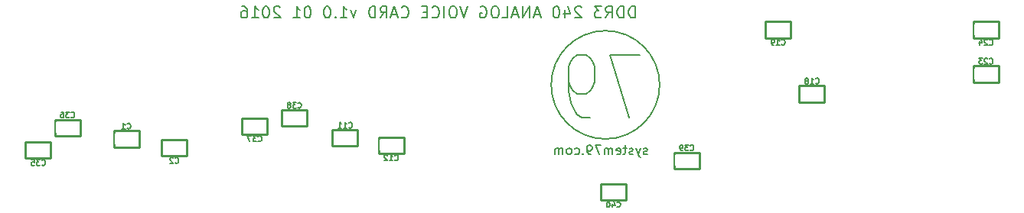
<source format=gbo>
G04 #@! TF.FileFunction,Legend,Bot*
%FSLAX46Y46*%
G04 Gerber Fmt 4.6, Leading zero omitted, Abs format (unit mm)*
G04 Created by KiCad (PCBNEW (2015-11-11 BZR 6310, Git 8f79b4f)-product) date 2016-01-24 6:08:41 PM*
%MOMM*%
G01*
G04 APERTURE LIST*
%ADD10C,0.100000*%
%ADD11C,0.200000*%
%ADD12C,0.203200*%
%ADD13C,0.254000*%
%ADD14C,0.152400*%
%ADD15R,0.812800X1.143000*%
%ADD16C,1.500000*%
%ADD17R,0.800000X2.300000*%
G04 APERTURE END LIST*
D10*
D11*
X148119048Y-79654762D02*
X148023810Y-79702381D01*
X147833334Y-79702381D01*
X147738095Y-79654762D01*
X147690476Y-79559524D01*
X147690476Y-79511905D01*
X147738095Y-79416667D01*
X147833334Y-79369048D01*
X147976191Y-79369048D01*
X148071429Y-79321429D01*
X148119048Y-79226190D01*
X148119048Y-79178571D01*
X148071429Y-79083333D01*
X147976191Y-79035714D01*
X147833334Y-79035714D01*
X147738095Y-79083333D01*
X147357143Y-79035714D02*
X147119048Y-79702381D01*
X146880952Y-79035714D02*
X147119048Y-79702381D01*
X147214286Y-79940476D01*
X147261905Y-79988095D01*
X147357143Y-80035714D01*
X146547619Y-79654762D02*
X146452381Y-79702381D01*
X146261905Y-79702381D01*
X146166666Y-79654762D01*
X146119047Y-79559524D01*
X146119047Y-79511905D01*
X146166666Y-79416667D01*
X146261905Y-79369048D01*
X146404762Y-79369048D01*
X146500000Y-79321429D01*
X146547619Y-79226190D01*
X146547619Y-79178571D01*
X146500000Y-79083333D01*
X146404762Y-79035714D01*
X146261905Y-79035714D01*
X146166666Y-79083333D01*
X145833333Y-79035714D02*
X145452381Y-79035714D01*
X145690476Y-78702381D02*
X145690476Y-79559524D01*
X145642857Y-79654762D01*
X145547619Y-79702381D01*
X145452381Y-79702381D01*
X144738094Y-79654762D02*
X144833332Y-79702381D01*
X145023809Y-79702381D01*
X145119047Y-79654762D01*
X145166666Y-79559524D01*
X145166666Y-79178571D01*
X145119047Y-79083333D01*
X145023809Y-79035714D01*
X144833332Y-79035714D01*
X144738094Y-79083333D01*
X144690475Y-79178571D01*
X144690475Y-79273810D01*
X145166666Y-79369048D01*
X144261904Y-79702381D02*
X144261904Y-79035714D01*
X144261904Y-79130952D02*
X144214285Y-79083333D01*
X144119047Y-79035714D01*
X143976189Y-79035714D01*
X143880951Y-79083333D01*
X143833332Y-79178571D01*
X143833332Y-79702381D01*
X143833332Y-79178571D02*
X143785713Y-79083333D01*
X143690475Y-79035714D01*
X143547618Y-79035714D01*
X143452380Y-79083333D01*
X143404761Y-79178571D01*
X143404761Y-79702381D01*
X143023809Y-78702381D02*
X142357142Y-78702381D01*
X142785714Y-79702381D01*
X141928571Y-79702381D02*
X141738095Y-79702381D01*
X141642856Y-79654762D01*
X141595237Y-79607143D01*
X141499999Y-79464286D01*
X141452380Y-79273810D01*
X141452380Y-78892857D01*
X141499999Y-78797619D01*
X141547618Y-78750000D01*
X141642856Y-78702381D01*
X141833333Y-78702381D01*
X141928571Y-78750000D01*
X141976190Y-78797619D01*
X142023809Y-78892857D01*
X142023809Y-79130952D01*
X141976190Y-79226190D01*
X141928571Y-79273810D01*
X141833333Y-79321429D01*
X141642856Y-79321429D01*
X141547618Y-79273810D01*
X141499999Y-79226190D01*
X141452380Y-79130952D01*
X141023809Y-79607143D02*
X140976190Y-79654762D01*
X141023809Y-79702381D01*
X141071428Y-79654762D01*
X141023809Y-79607143D01*
X141023809Y-79702381D01*
X140119047Y-79654762D02*
X140214285Y-79702381D01*
X140404762Y-79702381D01*
X140500000Y-79654762D01*
X140547619Y-79607143D01*
X140595238Y-79511905D01*
X140595238Y-79226190D01*
X140547619Y-79130952D01*
X140500000Y-79083333D01*
X140404762Y-79035714D01*
X140214285Y-79035714D01*
X140119047Y-79083333D01*
X139547619Y-79702381D02*
X139642857Y-79654762D01*
X139690476Y-79607143D01*
X139738095Y-79511905D01*
X139738095Y-79226190D01*
X139690476Y-79130952D01*
X139642857Y-79083333D01*
X139547619Y-79035714D01*
X139404761Y-79035714D01*
X139309523Y-79083333D01*
X139261904Y-79130952D01*
X139214285Y-79226190D01*
X139214285Y-79511905D01*
X139261904Y-79607143D01*
X139309523Y-79654762D01*
X139404761Y-79702381D01*
X139547619Y-79702381D01*
X138785714Y-79702381D02*
X138785714Y-79035714D01*
X138785714Y-79130952D02*
X138738095Y-79083333D01*
X138642857Y-79035714D01*
X138499999Y-79035714D01*
X138404761Y-79083333D01*
X138357142Y-79178571D01*
X138357142Y-79702381D01*
X138357142Y-79178571D02*
X138309523Y-79083333D01*
X138214285Y-79035714D01*
X138071428Y-79035714D01*
X137976190Y-79083333D01*
X137928571Y-79178571D01*
X137928571Y-79702381D01*
D12*
X146771428Y-64574524D02*
X146771428Y-63304524D01*
X146469047Y-63304524D01*
X146287619Y-63365000D01*
X146166666Y-63485952D01*
X146106190Y-63606905D01*
X146045714Y-63848810D01*
X146045714Y-64030238D01*
X146106190Y-64272143D01*
X146166666Y-64393095D01*
X146287619Y-64514048D01*
X146469047Y-64574524D01*
X146771428Y-64574524D01*
X145501428Y-64574524D02*
X145501428Y-63304524D01*
X145199047Y-63304524D01*
X145017619Y-63365000D01*
X144896666Y-63485952D01*
X144836190Y-63606905D01*
X144775714Y-63848810D01*
X144775714Y-64030238D01*
X144836190Y-64272143D01*
X144896666Y-64393095D01*
X145017619Y-64514048D01*
X145199047Y-64574524D01*
X145501428Y-64574524D01*
X143505714Y-64574524D02*
X143929047Y-63969762D01*
X144231428Y-64574524D02*
X144231428Y-63304524D01*
X143747619Y-63304524D01*
X143626666Y-63365000D01*
X143566190Y-63425476D01*
X143505714Y-63546429D01*
X143505714Y-63727857D01*
X143566190Y-63848810D01*
X143626666Y-63909286D01*
X143747619Y-63969762D01*
X144231428Y-63969762D01*
X143082380Y-63304524D02*
X142296190Y-63304524D01*
X142719523Y-63788333D01*
X142538095Y-63788333D01*
X142417142Y-63848810D01*
X142356666Y-63909286D01*
X142296190Y-64030238D01*
X142296190Y-64332619D01*
X142356666Y-64453571D01*
X142417142Y-64514048D01*
X142538095Y-64574524D01*
X142900952Y-64574524D01*
X143021904Y-64514048D01*
X143082380Y-64453571D01*
X140844761Y-63425476D02*
X140784285Y-63365000D01*
X140663333Y-63304524D01*
X140360952Y-63304524D01*
X140239999Y-63365000D01*
X140179523Y-63425476D01*
X140119047Y-63546429D01*
X140119047Y-63667381D01*
X140179523Y-63848810D01*
X140905237Y-64574524D01*
X140119047Y-64574524D01*
X139030475Y-63727857D02*
X139030475Y-64574524D01*
X139332856Y-63244048D02*
X139635237Y-64151190D01*
X138849047Y-64151190D01*
X138123332Y-63304524D02*
X138002380Y-63304524D01*
X137881428Y-63365000D01*
X137820951Y-63425476D01*
X137760475Y-63546429D01*
X137699999Y-63788333D01*
X137699999Y-64090714D01*
X137760475Y-64332619D01*
X137820951Y-64453571D01*
X137881428Y-64514048D01*
X138002380Y-64574524D01*
X138123332Y-64574524D01*
X138244285Y-64514048D01*
X138304761Y-64453571D01*
X138365237Y-64332619D01*
X138425713Y-64090714D01*
X138425713Y-63788333D01*
X138365237Y-63546429D01*
X138304761Y-63425476D01*
X138244285Y-63365000D01*
X138123332Y-63304524D01*
X136248570Y-64211667D02*
X135643808Y-64211667D01*
X136369523Y-64574524D02*
X135946189Y-63304524D01*
X135522856Y-64574524D01*
X135099523Y-64574524D02*
X135099523Y-63304524D01*
X134373809Y-64574524D01*
X134373809Y-63304524D01*
X133829523Y-64211667D02*
X133224761Y-64211667D01*
X133950476Y-64574524D02*
X133527142Y-63304524D01*
X133103809Y-64574524D01*
X132075714Y-64574524D02*
X132680476Y-64574524D01*
X132680476Y-63304524D01*
X131410476Y-63304524D02*
X131168572Y-63304524D01*
X131047619Y-63365000D01*
X130926667Y-63485952D01*
X130866191Y-63727857D01*
X130866191Y-64151190D01*
X130926667Y-64393095D01*
X131047619Y-64514048D01*
X131168572Y-64574524D01*
X131410476Y-64574524D01*
X131531429Y-64514048D01*
X131652381Y-64393095D01*
X131712857Y-64151190D01*
X131712857Y-63727857D01*
X131652381Y-63485952D01*
X131531429Y-63365000D01*
X131410476Y-63304524D01*
X129656667Y-63365000D02*
X129777619Y-63304524D01*
X129959048Y-63304524D01*
X130140476Y-63365000D01*
X130261429Y-63485952D01*
X130321905Y-63606905D01*
X130382381Y-63848810D01*
X130382381Y-64030238D01*
X130321905Y-64272143D01*
X130261429Y-64393095D01*
X130140476Y-64514048D01*
X129959048Y-64574524D01*
X129838096Y-64574524D01*
X129656667Y-64514048D01*
X129596191Y-64453571D01*
X129596191Y-64030238D01*
X129838096Y-64030238D01*
X128265715Y-63304524D02*
X127842381Y-64574524D01*
X127419048Y-63304524D01*
X126753810Y-63304524D02*
X126511906Y-63304524D01*
X126390953Y-63365000D01*
X126270001Y-63485952D01*
X126209525Y-63727857D01*
X126209525Y-64151190D01*
X126270001Y-64393095D01*
X126390953Y-64514048D01*
X126511906Y-64574524D01*
X126753810Y-64574524D01*
X126874763Y-64514048D01*
X126995715Y-64393095D01*
X127056191Y-64151190D01*
X127056191Y-63727857D01*
X126995715Y-63485952D01*
X126874763Y-63365000D01*
X126753810Y-63304524D01*
X125665239Y-64574524D02*
X125665239Y-63304524D01*
X124334763Y-64453571D02*
X124395239Y-64514048D01*
X124576668Y-64574524D01*
X124697620Y-64574524D01*
X124879048Y-64514048D01*
X125000001Y-64393095D01*
X125060477Y-64272143D01*
X125120953Y-64030238D01*
X125120953Y-63848810D01*
X125060477Y-63606905D01*
X125000001Y-63485952D01*
X124879048Y-63365000D01*
X124697620Y-63304524D01*
X124576668Y-63304524D01*
X124395239Y-63365000D01*
X124334763Y-63425476D01*
X123790477Y-63909286D02*
X123367144Y-63909286D01*
X123185715Y-64574524D02*
X123790477Y-64574524D01*
X123790477Y-63304524D01*
X123185715Y-63304524D01*
X120948096Y-64453571D02*
X121008572Y-64514048D01*
X121190001Y-64574524D01*
X121310953Y-64574524D01*
X121492381Y-64514048D01*
X121613334Y-64393095D01*
X121673810Y-64272143D01*
X121734286Y-64030238D01*
X121734286Y-63848810D01*
X121673810Y-63606905D01*
X121613334Y-63485952D01*
X121492381Y-63365000D01*
X121310953Y-63304524D01*
X121190001Y-63304524D01*
X121008572Y-63365000D01*
X120948096Y-63425476D01*
X120464286Y-64211667D02*
X119859524Y-64211667D01*
X120585239Y-64574524D02*
X120161905Y-63304524D01*
X119738572Y-64574524D01*
X118589525Y-64574524D02*
X119012858Y-63969762D01*
X119315239Y-64574524D02*
X119315239Y-63304524D01*
X118831430Y-63304524D01*
X118710477Y-63365000D01*
X118650001Y-63425476D01*
X118589525Y-63546429D01*
X118589525Y-63727857D01*
X118650001Y-63848810D01*
X118710477Y-63909286D01*
X118831430Y-63969762D01*
X119315239Y-63969762D01*
X118045239Y-64574524D02*
X118045239Y-63304524D01*
X117742858Y-63304524D01*
X117561430Y-63365000D01*
X117440477Y-63485952D01*
X117380001Y-63606905D01*
X117319525Y-63848810D01*
X117319525Y-64030238D01*
X117380001Y-64272143D01*
X117440477Y-64393095D01*
X117561430Y-64514048D01*
X117742858Y-64574524D01*
X118045239Y-64574524D01*
X115928572Y-63727857D02*
X115626191Y-64574524D01*
X115323811Y-63727857D01*
X114174763Y-64574524D02*
X114900477Y-64574524D01*
X114537620Y-64574524D02*
X114537620Y-63304524D01*
X114658572Y-63485952D01*
X114779525Y-63606905D01*
X114900477Y-63667381D01*
X113630477Y-64453571D02*
X113570001Y-64514048D01*
X113630477Y-64574524D01*
X113690953Y-64514048D01*
X113630477Y-64453571D01*
X113630477Y-64574524D01*
X112783810Y-63304524D02*
X112662858Y-63304524D01*
X112541906Y-63365000D01*
X112481429Y-63425476D01*
X112420953Y-63546429D01*
X112360477Y-63788333D01*
X112360477Y-64090714D01*
X112420953Y-64332619D01*
X112481429Y-64453571D01*
X112541906Y-64514048D01*
X112662858Y-64574524D01*
X112783810Y-64574524D01*
X112904763Y-64514048D01*
X112965239Y-64453571D01*
X113025715Y-64332619D01*
X113086191Y-64090714D01*
X113086191Y-63788333D01*
X113025715Y-63546429D01*
X112965239Y-63425476D01*
X112904763Y-63365000D01*
X112783810Y-63304524D01*
X110606667Y-63304524D02*
X110485715Y-63304524D01*
X110364763Y-63365000D01*
X110304286Y-63425476D01*
X110243810Y-63546429D01*
X110183334Y-63788333D01*
X110183334Y-64090714D01*
X110243810Y-64332619D01*
X110304286Y-64453571D01*
X110364763Y-64514048D01*
X110485715Y-64574524D01*
X110606667Y-64574524D01*
X110727620Y-64514048D01*
X110788096Y-64453571D01*
X110848572Y-64332619D01*
X110909048Y-64090714D01*
X110909048Y-63788333D01*
X110848572Y-63546429D01*
X110788096Y-63425476D01*
X110727620Y-63365000D01*
X110606667Y-63304524D01*
X108973810Y-64574524D02*
X109699524Y-64574524D01*
X109336667Y-64574524D02*
X109336667Y-63304524D01*
X109457619Y-63485952D01*
X109578572Y-63606905D01*
X109699524Y-63667381D01*
X107522381Y-63425476D02*
X107461905Y-63365000D01*
X107340953Y-63304524D01*
X107038572Y-63304524D01*
X106917619Y-63365000D01*
X106857143Y-63425476D01*
X106796667Y-63546429D01*
X106796667Y-63667381D01*
X106857143Y-63848810D01*
X107582857Y-64574524D01*
X106796667Y-64574524D01*
X106010476Y-63304524D02*
X105889524Y-63304524D01*
X105768572Y-63365000D01*
X105708095Y-63425476D01*
X105647619Y-63546429D01*
X105587143Y-63788333D01*
X105587143Y-64090714D01*
X105647619Y-64332619D01*
X105708095Y-64453571D01*
X105768572Y-64514048D01*
X105889524Y-64574524D01*
X106010476Y-64574524D01*
X106131429Y-64514048D01*
X106191905Y-64453571D01*
X106252381Y-64332619D01*
X106312857Y-64090714D01*
X106312857Y-63788333D01*
X106252381Y-63546429D01*
X106191905Y-63425476D01*
X106131429Y-63365000D01*
X106010476Y-63304524D01*
X104377619Y-64574524D02*
X105103333Y-64574524D01*
X104740476Y-64574524D02*
X104740476Y-63304524D01*
X104861428Y-63485952D01*
X104982381Y-63606905D01*
X105103333Y-63667381D01*
X103289047Y-63304524D02*
X103530952Y-63304524D01*
X103651904Y-63365000D01*
X103712381Y-63425476D01*
X103833333Y-63606905D01*
X103893809Y-63848810D01*
X103893809Y-64332619D01*
X103833333Y-64453571D01*
X103772857Y-64514048D01*
X103651904Y-64574524D01*
X103410000Y-64574524D01*
X103289047Y-64514048D01*
X103228571Y-64453571D01*
X103168095Y-64332619D01*
X103168095Y-64030238D01*
X103228571Y-63909286D01*
X103289047Y-63848810D01*
X103410000Y-63788333D01*
X103651904Y-63788333D01*
X103772857Y-63848810D01*
X103833333Y-63909286D01*
X103893809Y-64030238D01*
D13*
X91900000Y-78900000D02*
X89100000Y-78900000D01*
X89100000Y-78900000D02*
X89100000Y-77100000D01*
X89100000Y-77100000D02*
X91900000Y-77100000D01*
X91900000Y-77100000D02*
X91900000Y-78900000D01*
X94400000Y-78100000D02*
X97200000Y-78100000D01*
X97200000Y-78100000D02*
X97200000Y-79900000D01*
X97200000Y-79900000D02*
X94400000Y-79900000D01*
X94400000Y-79900000D02*
X94400000Y-78100000D01*
X116100000Y-78800000D02*
X113300000Y-78800000D01*
X113300000Y-78800000D02*
X113300000Y-77000000D01*
X113300000Y-77000000D02*
X116100000Y-77000000D01*
X116100000Y-77000000D02*
X116100000Y-78800000D01*
X118400000Y-77800000D02*
X121200000Y-77800000D01*
X121200000Y-77800000D02*
X121200000Y-79600000D01*
X121200000Y-79600000D02*
X118400000Y-79600000D01*
X118400000Y-79600000D02*
X118400000Y-77800000D01*
X167750900Y-73900000D02*
X164950900Y-73900000D01*
X164950900Y-73900000D02*
X164950900Y-72100000D01*
X164950900Y-72100000D02*
X167750900Y-72100000D01*
X167750900Y-72100000D02*
X167750900Y-73900000D01*
X161200000Y-65000000D02*
X164000000Y-65000000D01*
X164000000Y-65000000D02*
X164000000Y-66800000D01*
X164000000Y-66800000D02*
X161200000Y-66800000D01*
X161200000Y-66800000D02*
X161200000Y-65000000D01*
X187000000Y-71700000D02*
X184200000Y-71700000D01*
X184200000Y-71700000D02*
X184200000Y-69900000D01*
X184200000Y-69900000D02*
X187000000Y-69900000D01*
X187000000Y-69900000D02*
X187000000Y-71700000D01*
X184200000Y-65000000D02*
X187000000Y-65000000D01*
X187000000Y-65000000D02*
X187000000Y-66800000D01*
X187000000Y-66800000D02*
X184200000Y-66800000D01*
X184200000Y-66800000D02*
X184200000Y-65000000D01*
X79350000Y-78350000D02*
X82150000Y-78350000D01*
X82150000Y-78350000D02*
X82150000Y-80150000D01*
X82150000Y-80150000D02*
X79350000Y-80150000D01*
X79350000Y-80150000D02*
X79350000Y-78350000D01*
X85400000Y-77650000D02*
X82600000Y-77650000D01*
X82600000Y-77650000D02*
X82600000Y-75850000D01*
X82600000Y-75850000D02*
X85400000Y-75850000D01*
X85400000Y-75850000D02*
X85400000Y-77650000D01*
X103300000Y-75700000D02*
X106100000Y-75700000D01*
X106100000Y-75700000D02*
X106100000Y-77500000D01*
X106100000Y-77500000D02*
X103300000Y-77500000D01*
X103300000Y-77500000D02*
X103300000Y-75700000D01*
X110500000Y-76600000D02*
X107700000Y-76600000D01*
X107700000Y-76600000D02*
X107700000Y-74800000D01*
X107700000Y-74800000D02*
X110500000Y-74800000D01*
X110500000Y-74800000D02*
X110500000Y-76600000D01*
X153900000Y-81300000D02*
X151100000Y-81300000D01*
X151100000Y-81300000D02*
X151100000Y-79500000D01*
X151100000Y-79500000D02*
X153900000Y-79500000D01*
X153900000Y-79500000D02*
X153900000Y-81300000D01*
X143000000Y-83000000D02*
X145800000Y-83000000D01*
X145800000Y-83000000D02*
X145800000Y-84800000D01*
X145800000Y-84800000D02*
X143000000Y-84800000D01*
X143000000Y-84800000D02*
X143000000Y-83000000D01*
D11*
X149500000Y-72000000D02*
G75*
G03X149500000Y-72000000I-6000000J0D01*
G01*
D14*
X90601599Y-76817714D02*
X90630628Y-76846743D01*
X90717714Y-76875771D01*
X90775771Y-76875771D01*
X90862856Y-76846743D01*
X90920914Y-76788686D01*
X90949942Y-76730629D01*
X90978971Y-76614514D01*
X90978971Y-76527429D01*
X90949942Y-76411314D01*
X90920914Y-76353257D01*
X90862856Y-76295200D01*
X90775771Y-76266171D01*
X90717714Y-76266171D01*
X90630628Y-76295200D01*
X90601599Y-76324229D01*
X90021028Y-76875771D02*
X90369371Y-76875771D01*
X90195199Y-76875771D02*
X90195199Y-76266171D01*
X90253256Y-76353257D01*
X90311314Y-76411314D01*
X90369371Y-76440343D01*
X95901599Y-80617714D02*
X95930628Y-80646743D01*
X96017714Y-80675771D01*
X96075771Y-80675771D01*
X96162856Y-80646743D01*
X96220914Y-80588686D01*
X96249942Y-80530629D01*
X96278971Y-80414514D01*
X96278971Y-80327429D01*
X96249942Y-80211314D01*
X96220914Y-80153257D01*
X96162856Y-80095200D01*
X96075771Y-80066171D01*
X96017714Y-80066171D01*
X95930628Y-80095200D01*
X95901599Y-80124229D01*
X95669371Y-80124229D02*
X95640342Y-80095200D01*
X95582285Y-80066171D01*
X95437142Y-80066171D01*
X95379085Y-80095200D01*
X95350056Y-80124229D01*
X95321028Y-80182286D01*
X95321028Y-80240343D01*
X95350056Y-80327429D01*
X95698399Y-80675771D01*
X95321028Y-80675771D01*
X115091885Y-76717714D02*
X115120914Y-76746743D01*
X115208000Y-76775771D01*
X115266057Y-76775771D01*
X115353142Y-76746743D01*
X115411200Y-76688686D01*
X115440228Y-76630629D01*
X115469257Y-76514514D01*
X115469257Y-76427429D01*
X115440228Y-76311314D01*
X115411200Y-76253257D01*
X115353142Y-76195200D01*
X115266057Y-76166171D01*
X115208000Y-76166171D01*
X115120914Y-76195200D01*
X115091885Y-76224229D01*
X114511314Y-76775771D02*
X114859657Y-76775771D01*
X114685485Y-76775771D02*
X114685485Y-76166171D01*
X114743542Y-76253257D01*
X114801600Y-76311314D01*
X114859657Y-76340343D01*
X113930743Y-76775771D02*
X114279086Y-76775771D01*
X114104914Y-76775771D02*
X114104914Y-76166171D01*
X114162971Y-76253257D01*
X114221029Y-76311314D01*
X114279086Y-76340343D01*
X120191885Y-80317714D02*
X120220914Y-80346743D01*
X120308000Y-80375771D01*
X120366057Y-80375771D01*
X120453142Y-80346743D01*
X120511200Y-80288686D01*
X120540228Y-80230629D01*
X120569257Y-80114514D01*
X120569257Y-80027429D01*
X120540228Y-79911314D01*
X120511200Y-79853257D01*
X120453142Y-79795200D01*
X120366057Y-79766171D01*
X120308000Y-79766171D01*
X120220914Y-79795200D01*
X120191885Y-79824229D01*
X119611314Y-80375771D02*
X119959657Y-80375771D01*
X119785485Y-80375771D02*
X119785485Y-79766171D01*
X119843542Y-79853257D01*
X119901600Y-79911314D01*
X119959657Y-79940343D01*
X119379086Y-79824229D02*
X119350057Y-79795200D01*
X119292000Y-79766171D01*
X119146857Y-79766171D01*
X119088800Y-79795200D01*
X119059771Y-79824229D01*
X119030743Y-79882286D01*
X119030743Y-79940343D01*
X119059771Y-80027429D01*
X119408114Y-80375771D01*
X119030743Y-80375771D01*
X166742785Y-71817714D02*
X166771814Y-71846743D01*
X166858900Y-71875771D01*
X166916957Y-71875771D01*
X167004042Y-71846743D01*
X167062100Y-71788686D01*
X167091128Y-71730629D01*
X167120157Y-71614514D01*
X167120157Y-71527429D01*
X167091128Y-71411314D01*
X167062100Y-71353257D01*
X167004042Y-71295200D01*
X166916957Y-71266171D01*
X166858900Y-71266171D01*
X166771814Y-71295200D01*
X166742785Y-71324229D01*
X166162214Y-71875771D02*
X166510557Y-71875771D01*
X166336385Y-71875771D02*
X166336385Y-71266171D01*
X166394442Y-71353257D01*
X166452500Y-71411314D01*
X166510557Y-71440343D01*
X165813871Y-71527429D02*
X165871929Y-71498400D01*
X165900957Y-71469371D01*
X165929986Y-71411314D01*
X165929986Y-71382286D01*
X165900957Y-71324229D01*
X165871929Y-71295200D01*
X165813871Y-71266171D01*
X165697757Y-71266171D01*
X165639700Y-71295200D01*
X165610671Y-71324229D01*
X165581643Y-71382286D01*
X165581643Y-71411314D01*
X165610671Y-71469371D01*
X165639700Y-71498400D01*
X165697757Y-71527429D01*
X165813871Y-71527429D01*
X165871929Y-71556457D01*
X165900957Y-71585486D01*
X165929986Y-71643543D01*
X165929986Y-71759657D01*
X165900957Y-71817714D01*
X165871929Y-71846743D01*
X165813871Y-71875771D01*
X165697757Y-71875771D01*
X165639700Y-71846743D01*
X165610671Y-71817714D01*
X165581643Y-71759657D01*
X165581643Y-71643543D01*
X165610671Y-71585486D01*
X165639700Y-71556457D01*
X165697757Y-71527429D01*
X162991885Y-67517714D02*
X163020914Y-67546743D01*
X163108000Y-67575771D01*
X163166057Y-67575771D01*
X163253142Y-67546743D01*
X163311200Y-67488686D01*
X163340228Y-67430629D01*
X163369257Y-67314514D01*
X163369257Y-67227429D01*
X163340228Y-67111314D01*
X163311200Y-67053257D01*
X163253142Y-66995200D01*
X163166057Y-66966171D01*
X163108000Y-66966171D01*
X163020914Y-66995200D01*
X162991885Y-67024229D01*
X162411314Y-67575771D02*
X162759657Y-67575771D01*
X162585485Y-67575771D02*
X162585485Y-66966171D01*
X162643542Y-67053257D01*
X162701600Y-67111314D01*
X162759657Y-67140343D01*
X162121029Y-67575771D02*
X162004914Y-67575771D01*
X161946857Y-67546743D01*
X161917829Y-67517714D01*
X161859771Y-67430629D01*
X161830743Y-67314514D01*
X161830743Y-67082286D01*
X161859771Y-67024229D01*
X161888800Y-66995200D01*
X161946857Y-66966171D01*
X162062971Y-66966171D01*
X162121029Y-66995200D01*
X162150057Y-67024229D01*
X162179086Y-67082286D01*
X162179086Y-67227429D01*
X162150057Y-67285486D01*
X162121029Y-67314514D01*
X162062971Y-67343543D01*
X161946857Y-67343543D01*
X161888800Y-67314514D01*
X161859771Y-67285486D01*
X161830743Y-67227429D01*
X185991885Y-69617714D02*
X186020914Y-69646743D01*
X186108000Y-69675771D01*
X186166057Y-69675771D01*
X186253142Y-69646743D01*
X186311200Y-69588686D01*
X186340228Y-69530629D01*
X186369257Y-69414514D01*
X186369257Y-69327429D01*
X186340228Y-69211314D01*
X186311200Y-69153257D01*
X186253142Y-69095200D01*
X186166057Y-69066171D01*
X186108000Y-69066171D01*
X186020914Y-69095200D01*
X185991885Y-69124229D01*
X185759657Y-69124229D02*
X185730628Y-69095200D01*
X185672571Y-69066171D01*
X185527428Y-69066171D01*
X185469371Y-69095200D01*
X185440342Y-69124229D01*
X185411314Y-69182286D01*
X185411314Y-69240343D01*
X185440342Y-69327429D01*
X185788685Y-69675771D01*
X185411314Y-69675771D01*
X185208114Y-69066171D02*
X184830743Y-69066171D01*
X185033943Y-69298400D01*
X184946857Y-69298400D01*
X184888800Y-69327429D01*
X184859771Y-69356457D01*
X184830743Y-69414514D01*
X184830743Y-69559657D01*
X184859771Y-69617714D01*
X184888800Y-69646743D01*
X184946857Y-69675771D01*
X185121029Y-69675771D01*
X185179086Y-69646743D01*
X185208114Y-69617714D01*
X185991885Y-67517714D02*
X186020914Y-67546743D01*
X186108000Y-67575771D01*
X186166057Y-67575771D01*
X186253142Y-67546743D01*
X186311200Y-67488686D01*
X186340228Y-67430629D01*
X186369257Y-67314514D01*
X186369257Y-67227429D01*
X186340228Y-67111314D01*
X186311200Y-67053257D01*
X186253142Y-66995200D01*
X186166057Y-66966171D01*
X186108000Y-66966171D01*
X186020914Y-66995200D01*
X185991885Y-67024229D01*
X185759657Y-67024229D02*
X185730628Y-66995200D01*
X185672571Y-66966171D01*
X185527428Y-66966171D01*
X185469371Y-66995200D01*
X185440342Y-67024229D01*
X185411314Y-67082286D01*
X185411314Y-67140343D01*
X185440342Y-67227429D01*
X185788685Y-67575771D01*
X185411314Y-67575771D01*
X184888800Y-67169371D02*
X184888800Y-67575771D01*
X185033943Y-66937143D02*
X185179086Y-67372571D01*
X184801714Y-67372571D01*
X81141885Y-80867714D02*
X81170914Y-80896743D01*
X81258000Y-80925771D01*
X81316057Y-80925771D01*
X81403142Y-80896743D01*
X81461200Y-80838686D01*
X81490228Y-80780629D01*
X81519257Y-80664514D01*
X81519257Y-80577429D01*
X81490228Y-80461314D01*
X81461200Y-80403257D01*
X81403142Y-80345200D01*
X81316057Y-80316171D01*
X81258000Y-80316171D01*
X81170914Y-80345200D01*
X81141885Y-80374229D01*
X80938685Y-80316171D02*
X80561314Y-80316171D01*
X80764514Y-80548400D01*
X80677428Y-80548400D01*
X80619371Y-80577429D01*
X80590342Y-80606457D01*
X80561314Y-80664514D01*
X80561314Y-80809657D01*
X80590342Y-80867714D01*
X80619371Y-80896743D01*
X80677428Y-80925771D01*
X80851600Y-80925771D01*
X80909657Y-80896743D01*
X80938685Y-80867714D01*
X80009771Y-80316171D02*
X80300057Y-80316171D01*
X80329086Y-80606457D01*
X80300057Y-80577429D01*
X80242000Y-80548400D01*
X80096857Y-80548400D01*
X80038800Y-80577429D01*
X80009771Y-80606457D01*
X79980743Y-80664514D01*
X79980743Y-80809657D01*
X80009771Y-80867714D01*
X80038800Y-80896743D01*
X80096857Y-80925771D01*
X80242000Y-80925771D01*
X80300057Y-80896743D01*
X80329086Y-80867714D01*
X84391885Y-75567714D02*
X84420914Y-75596743D01*
X84508000Y-75625771D01*
X84566057Y-75625771D01*
X84653142Y-75596743D01*
X84711200Y-75538686D01*
X84740228Y-75480629D01*
X84769257Y-75364514D01*
X84769257Y-75277429D01*
X84740228Y-75161314D01*
X84711200Y-75103257D01*
X84653142Y-75045200D01*
X84566057Y-75016171D01*
X84508000Y-75016171D01*
X84420914Y-75045200D01*
X84391885Y-75074229D01*
X84188685Y-75016171D02*
X83811314Y-75016171D01*
X84014514Y-75248400D01*
X83927428Y-75248400D01*
X83869371Y-75277429D01*
X83840342Y-75306457D01*
X83811314Y-75364514D01*
X83811314Y-75509657D01*
X83840342Y-75567714D01*
X83869371Y-75596743D01*
X83927428Y-75625771D01*
X84101600Y-75625771D01*
X84159657Y-75596743D01*
X84188685Y-75567714D01*
X83288800Y-75016171D02*
X83404914Y-75016171D01*
X83462971Y-75045200D01*
X83492000Y-75074229D01*
X83550057Y-75161314D01*
X83579086Y-75277429D01*
X83579086Y-75509657D01*
X83550057Y-75567714D01*
X83521029Y-75596743D01*
X83462971Y-75625771D01*
X83346857Y-75625771D01*
X83288800Y-75596743D01*
X83259771Y-75567714D01*
X83230743Y-75509657D01*
X83230743Y-75364514D01*
X83259771Y-75306457D01*
X83288800Y-75277429D01*
X83346857Y-75248400D01*
X83462971Y-75248400D01*
X83521029Y-75277429D01*
X83550057Y-75306457D01*
X83579086Y-75364514D01*
X105091885Y-78217714D02*
X105120914Y-78246743D01*
X105208000Y-78275771D01*
X105266057Y-78275771D01*
X105353142Y-78246743D01*
X105411200Y-78188686D01*
X105440228Y-78130629D01*
X105469257Y-78014514D01*
X105469257Y-77927429D01*
X105440228Y-77811314D01*
X105411200Y-77753257D01*
X105353142Y-77695200D01*
X105266057Y-77666171D01*
X105208000Y-77666171D01*
X105120914Y-77695200D01*
X105091885Y-77724229D01*
X104888685Y-77666171D02*
X104511314Y-77666171D01*
X104714514Y-77898400D01*
X104627428Y-77898400D01*
X104569371Y-77927429D01*
X104540342Y-77956457D01*
X104511314Y-78014514D01*
X104511314Y-78159657D01*
X104540342Y-78217714D01*
X104569371Y-78246743D01*
X104627428Y-78275771D01*
X104801600Y-78275771D01*
X104859657Y-78246743D01*
X104888685Y-78217714D01*
X104308114Y-77666171D02*
X103901714Y-77666171D01*
X104162971Y-78275771D01*
X109491885Y-74517714D02*
X109520914Y-74546743D01*
X109608000Y-74575771D01*
X109666057Y-74575771D01*
X109753142Y-74546743D01*
X109811200Y-74488686D01*
X109840228Y-74430629D01*
X109869257Y-74314514D01*
X109869257Y-74227429D01*
X109840228Y-74111314D01*
X109811200Y-74053257D01*
X109753142Y-73995200D01*
X109666057Y-73966171D01*
X109608000Y-73966171D01*
X109520914Y-73995200D01*
X109491885Y-74024229D01*
X109288685Y-73966171D02*
X108911314Y-73966171D01*
X109114514Y-74198400D01*
X109027428Y-74198400D01*
X108969371Y-74227429D01*
X108940342Y-74256457D01*
X108911314Y-74314514D01*
X108911314Y-74459657D01*
X108940342Y-74517714D01*
X108969371Y-74546743D01*
X109027428Y-74575771D01*
X109201600Y-74575771D01*
X109259657Y-74546743D01*
X109288685Y-74517714D01*
X108562971Y-74227429D02*
X108621029Y-74198400D01*
X108650057Y-74169371D01*
X108679086Y-74111314D01*
X108679086Y-74082286D01*
X108650057Y-74024229D01*
X108621029Y-73995200D01*
X108562971Y-73966171D01*
X108446857Y-73966171D01*
X108388800Y-73995200D01*
X108359771Y-74024229D01*
X108330743Y-74082286D01*
X108330743Y-74111314D01*
X108359771Y-74169371D01*
X108388800Y-74198400D01*
X108446857Y-74227429D01*
X108562971Y-74227429D01*
X108621029Y-74256457D01*
X108650057Y-74285486D01*
X108679086Y-74343543D01*
X108679086Y-74459657D01*
X108650057Y-74517714D01*
X108621029Y-74546743D01*
X108562971Y-74575771D01*
X108446857Y-74575771D01*
X108388800Y-74546743D01*
X108359771Y-74517714D01*
X108330743Y-74459657D01*
X108330743Y-74343543D01*
X108359771Y-74285486D01*
X108388800Y-74256457D01*
X108446857Y-74227429D01*
X152891885Y-79217714D02*
X152920914Y-79246743D01*
X153008000Y-79275771D01*
X153066057Y-79275771D01*
X153153142Y-79246743D01*
X153211200Y-79188686D01*
X153240228Y-79130629D01*
X153269257Y-79014514D01*
X153269257Y-78927429D01*
X153240228Y-78811314D01*
X153211200Y-78753257D01*
X153153142Y-78695200D01*
X153066057Y-78666171D01*
X153008000Y-78666171D01*
X152920914Y-78695200D01*
X152891885Y-78724229D01*
X152688685Y-78666171D02*
X152311314Y-78666171D01*
X152514514Y-78898400D01*
X152427428Y-78898400D01*
X152369371Y-78927429D01*
X152340342Y-78956457D01*
X152311314Y-79014514D01*
X152311314Y-79159657D01*
X152340342Y-79217714D01*
X152369371Y-79246743D01*
X152427428Y-79275771D01*
X152601600Y-79275771D01*
X152659657Y-79246743D01*
X152688685Y-79217714D01*
X152021029Y-79275771D02*
X151904914Y-79275771D01*
X151846857Y-79246743D01*
X151817829Y-79217714D01*
X151759771Y-79130629D01*
X151730743Y-79014514D01*
X151730743Y-78782286D01*
X151759771Y-78724229D01*
X151788800Y-78695200D01*
X151846857Y-78666171D01*
X151962971Y-78666171D01*
X152021029Y-78695200D01*
X152050057Y-78724229D01*
X152079086Y-78782286D01*
X152079086Y-78927429D01*
X152050057Y-78985486D01*
X152021029Y-79014514D01*
X151962971Y-79043543D01*
X151846857Y-79043543D01*
X151788800Y-79014514D01*
X151759771Y-78985486D01*
X151730743Y-78927429D01*
X144791885Y-85517714D02*
X144820914Y-85546743D01*
X144908000Y-85575771D01*
X144966057Y-85575771D01*
X145053142Y-85546743D01*
X145111200Y-85488686D01*
X145140228Y-85430629D01*
X145169257Y-85314514D01*
X145169257Y-85227429D01*
X145140228Y-85111314D01*
X145111200Y-85053257D01*
X145053142Y-84995200D01*
X144966057Y-84966171D01*
X144908000Y-84966171D01*
X144820914Y-84995200D01*
X144791885Y-85024229D01*
X144269371Y-85169371D02*
X144269371Y-85575771D01*
X144414514Y-84937143D02*
X144559657Y-85372571D01*
X144182285Y-85372571D01*
X143833943Y-84966171D02*
X143775886Y-84966171D01*
X143717829Y-84995200D01*
X143688800Y-85024229D01*
X143659771Y-85082286D01*
X143630743Y-85198400D01*
X143630743Y-85343543D01*
X143659771Y-85459657D01*
X143688800Y-85517714D01*
X143717829Y-85546743D01*
X143775886Y-85575771D01*
X143833943Y-85575771D01*
X143892000Y-85546743D01*
X143921029Y-85517714D01*
X143950057Y-85459657D01*
X143979086Y-85343543D01*
X143979086Y-85198400D01*
X143950057Y-85082286D01*
X143921029Y-85024229D01*
X143892000Y-84995200D01*
X143833943Y-84966171D01*
D11*
X147297619Y-68666667D02*
X143964286Y-68666667D01*
X146107143Y-75666667D01*
X141821429Y-75666667D02*
X140869048Y-75666667D01*
X140392857Y-75333333D01*
X140154762Y-75000000D01*
X139678571Y-74000000D01*
X139440476Y-72666667D01*
X139440476Y-70000000D01*
X139678571Y-69333333D01*
X139916667Y-69000000D01*
X140392857Y-68666667D01*
X141345238Y-68666667D01*
X141821429Y-69000000D01*
X142059524Y-69333333D01*
X142297619Y-70000000D01*
X142297619Y-71666667D01*
X142059524Y-72333333D01*
X141821429Y-72666667D01*
X141345238Y-73000000D01*
X140392857Y-73000000D01*
X139916667Y-72666667D01*
X139678571Y-72333333D01*
X139440476Y-71666667D01*
%LPC*%
D15*
X91350900Y-78000000D03*
X89649100Y-78000000D03*
X94949100Y-79000000D03*
X96650900Y-79000000D03*
X115550900Y-77900000D03*
X113849100Y-77900000D03*
X118949100Y-78700000D03*
X120650900Y-78700000D03*
X167201800Y-73000000D03*
X165500000Y-73000000D03*
X161749100Y-65900000D03*
X163450900Y-65900000D03*
X186450900Y-70800000D03*
X184749100Y-70800000D03*
X184749100Y-65900000D03*
X186450900Y-65900000D03*
X79899100Y-79250000D03*
X81600900Y-79250000D03*
X84850900Y-76750000D03*
X83149100Y-76750000D03*
X103849100Y-76600000D03*
X105550900Y-76600000D03*
X109950900Y-75700000D03*
X108249100Y-75700000D03*
X153350900Y-80400000D03*
X151649100Y-80400000D03*
X143549100Y-83900000D03*
X145250900Y-83900000D03*
D16*
X184250000Y-68500000D03*
X182250000Y-68500000D03*
X190750000Y-83000000D03*
X193250000Y-83000000D03*
X188250000Y-83000000D03*
X185750000Y-83000000D03*
X161000000Y-68500000D03*
X158500000Y-68500000D03*
X167500000Y-83000000D03*
X170000000Y-83000000D03*
X165000000Y-83000000D03*
X162500000Y-83000000D03*
D17*
X177675000Y-89150000D03*
X176675000Y-89150000D03*
X175675000Y-89150000D03*
X174675000Y-89150000D03*
X173675000Y-89150000D03*
X172675000Y-89150000D03*
X171675000Y-89150000D03*
X170675000Y-89150000D03*
X169675000Y-89150000D03*
X168675000Y-89150000D03*
X167675000Y-89150000D03*
X166675000Y-89150000D03*
X165675000Y-89150000D03*
X164675000Y-89150000D03*
X163675000Y-89150000D03*
X162675000Y-89150000D03*
X145675000Y-89150000D03*
X144675000Y-89150000D03*
X143675000Y-89150000D03*
X142675000Y-89150000D03*
X141675000Y-89150000D03*
X140675000Y-89150000D03*
X139675000Y-89150000D03*
X138675000Y-89150000D03*
X137675000Y-89150000D03*
X136675000Y-89150000D03*
X135675000Y-89150000D03*
X134675000Y-89150000D03*
X133675000Y-89150000D03*
X132675000Y-89150000D03*
X131675000Y-89150000D03*
X130675000Y-89150000D03*
X146675000Y-89150000D03*
X147675000Y-89150000D03*
X148675000Y-89150000D03*
X149675000Y-89150000D03*
X150675000Y-89150000D03*
X151675000Y-89150000D03*
X152675000Y-89150000D03*
X153675000Y-89150000D03*
X154675000Y-89150000D03*
X155675000Y-89150000D03*
X156675000Y-89150000D03*
X157675000Y-89150000D03*
X158675000Y-89150000D03*
X159675000Y-89150000D03*
X160675000Y-89150000D03*
X161675000Y-89150000D03*
X109675000Y-89150000D03*
X108675000Y-89150000D03*
X107675000Y-89150000D03*
X106675000Y-89150000D03*
X105675000Y-89150000D03*
X104675000Y-89150000D03*
X103675000Y-89150000D03*
X102675000Y-89150000D03*
X101675000Y-89150000D03*
X100675000Y-89150000D03*
X99675000Y-89150000D03*
X98675000Y-89150000D03*
X97675000Y-89150000D03*
X96675000Y-89150000D03*
X95675000Y-89150000D03*
X94675000Y-89150000D03*
X78675000Y-89150000D03*
X79675000Y-89150000D03*
X80675000Y-89150000D03*
X81675000Y-89150000D03*
X82675000Y-89150000D03*
X83675000Y-89150000D03*
X84675000Y-89150000D03*
X85675000Y-89150000D03*
X86675000Y-89150000D03*
X87675000Y-89150000D03*
X88675000Y-89150000D03*
X89675000Y-89150000D03*
X90675000Y-89150000D03*
X91675000Y-89150000D03*
X92675000Y-89150000D03*
X93675000Y-89150000D03*
X110675000Y-89150000D03*
X111675000Y-89150000D03*
X112675000Y-89150000D03*
X113675000Y-89150000D03*
X114675000Y-89150000D03*
X115675000Y-89150000D03*
X116675000Y-89150000D03*
X117675000Y-89150000D03*
X118675000Y-89150000D03*
X119675000Y-89150000D03*
X120675000Y-89150000D03*
X121675000Y-89150000D03*
X122675000Y-89150000D03*
X123675000Y-89150000D03*
X124675000Y-89150000D03*
X125675000Y-89150000D03*
X178675000Y-89150000D03*
X179675000Y-89150000D03*
X180675000Y-89150000D03*
X181675000Y-89150000D03*
X182675000Y-89150000D03*
X183675000Y-89150000D03*
X184675000Y-89150000D03*
X185675000Y-89150000D03*
X186675000Y-89150000D03*
X187675000Y-89150000D03*
X188675000Y-89150000D03*
X189675000Y-89150000D03*
X190675000Y-89150000D03*
X191675000Y-89150000D03*
X192675000Y-89150000D03*
X193675000Y-89150000D03*
X194675000Y-89150000D03*
X195675000Y-89150000D03*
X196675000Y-89150000D03*
X197675000Y-89150000D03*
X198675000Y-89150000D03*
X199675000Y-89150000D03*
X200675000Y-89150000D03*
X201675000Y-89150000D03*
M02*

</source>
